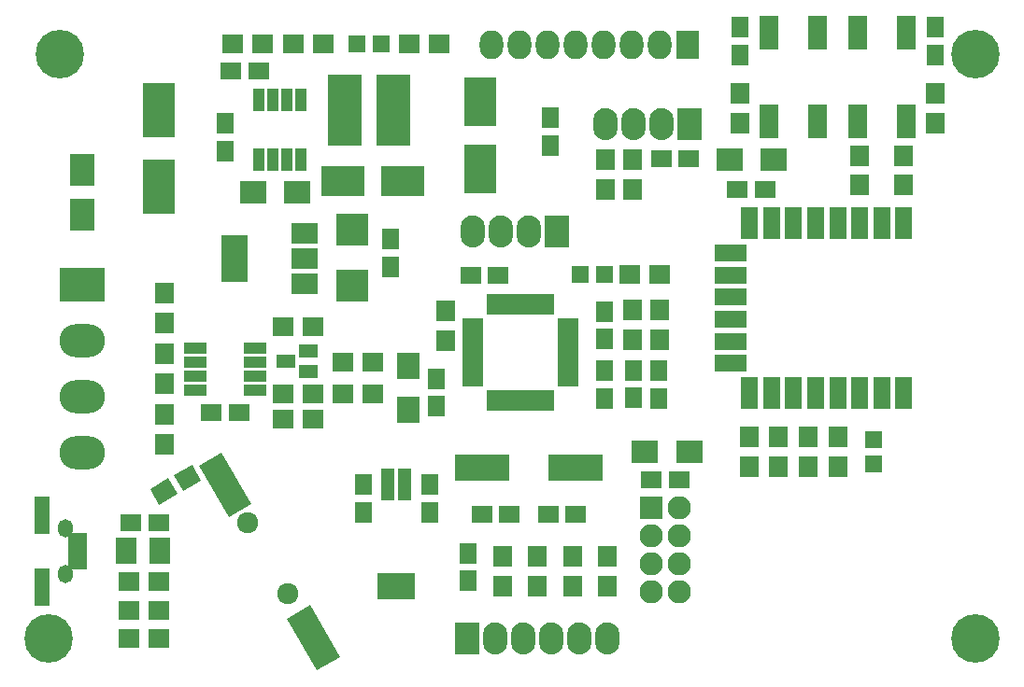
<source format=gts>
G04 #@! TF.FileFunction,Soldermask,Top*
%FSLAX46Y46*%
G04 Gerber Fmt 4.6, Leading zero omitted, Abs format (unit mm)*
G04 Created by KiCad (PCBNEW 4.0.6) date 01/12/18 15:18:15*
%MOMM*%
%LPD*%
G01*
G04 APERTURE LIST*
%ADD10C,0.100000*%
%ADD11C,4.400000*%
%ADD12C,1.924000*%
%ADD13R,1.650000X1.900000*%
%ADD14R,2.900000X4.900000*%
%ADD15R,1.900000X1.650000*%
%ADD16R,2.900000X2.950000*%
%ADD17R,2.900000X4.400000*%
%ADD18R,2.400000X2.000000*%
%ADD19R,2.000000X2.400000*%
%ADD20R,2.200000X2.900000*%
%ADD21R,1.600000X1.600000*%
%ADD22R,3.900000X2.700000*%
%ADD23R,1.900000X2.400000*%
%ADD24O,4.124000X3.024000*%
%ADD25R,4.124000X3.024000*%
%ADD26R,2.224000X2.924000*%
%ADD27O,2.224000X2.924000*%
%ADD28R,1.750000X0.800000*%
%ADD29O,1.350000X1.650000*%
%ADD30R,1.400000X3.400000*%
%ADD31R,2.124000X2.624000*%
%ADD32O,2.124000X2.624000*%
%ADD33R,3.024000X6.400000*%
%ADD34R,1.700000X1.900000*%
%ADD35R,2.124000X2.124000*%
%ADD36C,2.124000*%
%ADD37R,1.654000X1.200100*%
%ADD38R,2.400000X2.100000*%
%ADD39R,1.900000X1.700000*%
%ADD40R,1.724000X3.124000*%
%ADD41R,2.400000X4.200000*%
%ADD42R,2.400000X1.900000*%
%ADD43R,1.100000X2.100000*%
%ADD44R,2.100000X1.100000*%
%ADD45R,0.700000X1.850000*%
%ADD46R,1.850000X0.700000*%
%ADD47R,1.500000X2.900000*%
%ADD48R,2.900000X1.500000*%
%ADD49R,5.024000X2.400000*%
%ADD50R,1.150000X2.900000*%
%ADD51R,3.400000X2.400000*%
G04 APERTURE END LIST*
D10*
D11*
X93000000Y-127000000D03*
X177000000Y-127000000D03*
X94000000Y-74000000D03*
D10*
G36*
X106610770Y-111297629D02*
X108689230Y-110097629D01*
X111389230Y-114774167D01*
X109310770Y-115974167D01*
X106610770Y-111297629D01*
X106610770Y-111297629D01*
G37*
G36*
X114610770Y-125154035D02*
X116689230Y-123954035D01*
X119389230Y-128630573D01*
X117310770Y-129830573D01*
X114610770Y-125154035D01*
X114610770Y-125154035D01*
G37*
D12*
X111000000Y-116500000D03*
X114700000Y-122908588D03*
D13*
X109000000Y-82750000D03*
X109000000Y-80250000D03*
D14*
X103000000Y-86000000D03*
X103000000Y-79000000D03*
D15*
X150130000Y-112590000D03*
X147630000Y-112590000D03*
D13*
X124000000Y-90750000D03*
X124000000Y-93250000D03*
D16*
X120500000Y-89875000D03*
X120500000Y-94925000D03*
D13*
X138500000Y-79750000D03*
X138500000Y-82250000D03*
D17*
X132070000Y-78310000D03*
X132070000Y-84410000D03*
D15*
X112000000Y-75500000D03*
X109500000Y-75500000D03*
D18*
X151040000Y-110060000D03*
X147040000Y-110060000D03*
D13*
X145970000Y-105135477D03*
X145970000Y-102635477D03*
X143370000Y-105170000D03*
X143370000Y-102670000D03*
X148320000Y-102670000D03*
X148320000Y-105170000D03*
D10*
G36*
X105992756Y-111185529D02*
X106817756Y-112614471D01*
X105172308Y-113564471D01*
X104347308Y-112135529D01*
X105992756Y-111185529D01*
X105992756Y-111185529D01*
G37*
G36*
X103827692Y-112435529D02*
X104652692Y-113864471D01*
X103007244Y-114814471D01*
X102182244Y-113385529D01*
X103827692Y-112435529D01*
X103827692Y-112435529D01*
G37*
D15*
X107750000Y-106500000D03*
X110250000Y-106500000D03*
X102965477Y-116500000D03*
X100465477Y-116500000D03*
X131230000Y-94000000D03*
X133730000Y-94000000D03*
X132270000Y-115740000D03*
X134770000Y-115740000D03*
X140770000Y-115740000D03*
X138270000Y-115740000D03*
X151010000Y-83440000D03*
X148510000Y-83440000D03*
D13*
X131000000Y-121750000D03*
X131000000Y-119250000D03*
X143390000Y-97310000D03*
X143390000Y-99810000D03*
X128160000Y-105890000D03*
X128160000Y-103390000D03*
D19*
X125560000Y-106260000D03*
X125560000Y-102260000D03*
D18*
X154730000Y-83530000D03*
X158730000Y-83530000D03*
D15*
X155430000Y-86270000D03*
X157930000Y-86270000D03*
D13*
X121500000Y-115500000D03*
X121500000Y-113000000D03*
X127500000Y-115500000D03*
X127500000Y-113000000D03*
X173300000Y-74040000D03*
X173300000Y-71540000D03*
D20*
X96000000Y-84500000D03*
X96000000Y-88500000D03*
D21*
X123100000Y-73000000D03*
X120900000Y-73000000D03*
D22*
X119700000Y-85500000D03*
X125100000Y-85500000D03*
D23*
X103050000Y-118968751D03*
X100050000Y-118968751D03*
D21*
X167720000Y-111120000D03*
X167720000Y-108920000D03*
X143345782Y-93971704D03*
X141145782Y-93971704D03*
D24*
X96000000Y-110080000D03*
X96000000Y-105000000D03*
X96000000Y-99920000D03*
D25*
X96000000Y-94840000D03*
D26*
X130920000Y-127000000D03*
D27*
X133460000Y-127000000D03*
X136000000Y-127000000D03*
X138540000Y-127000000D03*
X141080000Y-127000000D03*
X143620000Y-127000000D03*
D28*
X95579940Y-117766660D03*
X95579940Y-118416660D03*
X95579940Y-119066660D03*
X95579940Y-119716660D03*
X95579940Y-120366660D03*
D29*
X94500000Y-117000000D03*
X94500000Y-121100000D03*
D30*
X92400000Y-115780800D03*
X92400000Y-122300000D03*
D26*
X139030000Y-90030000D03*
D27*
X136490000Y-90030000D03*
X133950000Y-90030000D03*
X131410000Y-90030000D03*
D31*
X150880000Y-73080000D03*
D32*
X148340000Y-73080000D03*
X145800000Y-73080000D03*
X143260000Y-73080000D03*
X140720000Y-73080000D03*
X138180000Y-73080000D03*
X135640000Y-73080000D03*
X133100000Y-73080000D03*
D26*
X151090000Y-80270000D03*
D27*
X148550000Y-80270000D03*
X146010000Y-80270000D03*
X143470000Y-80270000D03*
D33*
X124200000Y-79000000D03*
X119800000Y-79000000D03*
D34*
X145950000Y-97170000D03*
X145950000Y-99870000D03*
D35*
X147620000Y-115140000D03*
D36*
X150160000Y-115140000D03*
X147620000Y-117680000D03*
X150160000Y-117680000D03*
X147620000Y-120220000D03*
X150160000Y-120220000D03*
X147620000Y-122760000D03*
X150160000Y-122760000D03*
D37*
X116500760Y-102750000D03*
X116500760Y-100850000D03*
X114500000Y-101800000D03*
D38*
X111500000Y-86500000D03*
X115500000Y-86500000D03*
D39*
X125650000Y-73000000D03*
X128350000Y-73000000D03*
X115150000Y-73000000D03*
X117850000Y-73000000D03*
X109650000Y-73000000D03*
X112350000Y-73000000D03*
D34*
X148370000Y-97200000D03*
X148370000Y-99900000D03*
X129000000Y-99950000D03*
X129000000Y-97250000D03*
X103500000Y-95650000D03*
X103500000Y-98350000D03*
D39*
X116950000Y-107100000D03*
X114250000Y-107100000D03*
X114250000Y-98700000D03*
X116950000Y-98700000D03*
X103000000Y-127000000D03*
X100300000Y-127000000D03*
X116950000Y-104800000D03*
X114250000Y-104800000D03*
D34*
X103500000Y-101150000D03*
X103500000Y-103850000D03*
D39*
X119650000Y-104750000D03*
X122350000Y-104750000D03*
X103000000Y-124381250D03*
X100300000Y-124381250D03*
X122350000Y-101900000D03*
X119650000Y-101900000D03*
D34*
X103500000Y-106650000D03*
X103500000Y-109350000D03*
D39*
X103000000Y-121762500D03*
X100300000Y-121762500D03*
D34*
X164499998Y-108650000D03*
X164499998Y-111350000D03*
X143440000Y-83510000D03*
X143440000Y-86210000D03*
X145950000Y-83510000D03*
X145950000Y-86210000D03*
X170500000Y-85850000D03*
X170500000Y-83150000D03*
X166500000Y-85850000D03*
X166500000Y-83150000D03*
X161793332Y-111350000D03*
X161793332Y-108650000D03*
X159136666Y-111350000D03*
X159136666Y-108650000D03*
X156480000Y-111400000D03*
X156480000Y-108700000D03*
X134168750Y-119490000D03*
X134168750Y-122190000D03*
X137312500Y-119490000D03*
X137312500Y-122190000D03*
X140456250Y-119490000D03*
X140456250Y-122190000D03*
X143600000Y-119490000D03*
X143600000Y-122190000D03*
D39*
X145635782Y-93971704D03*
X148335782Y-93971704D03*
D34*
X173300000Y-77550000D03*
X173300000Y-80250000D03*
D40*
X166280000Y-72050000D03*
X166280000Y-80050000D03*
X170680000Y-80050000D03*
X170680000Y-72050000D03*
D41*
X109850000Y-92500000D03*
D42*
X116150000Y-92500000D03*
X116150000Y-90200000D03*
X116150000Y-94800000D03*
D43*
X115810000Y-78100000D03*
X114540000Y-78100000D03*
X113270000Y-78100000D03*
X112000000Y-78100000D03*
X112000000Y-83500000D03*
X113270000Y-83500000D03*
X114540000Y-83500000D03*
X115810000Y-83500000D03*
D44*
X111700000Y-104405000D03*
X111700000Y-103135000D03*
X111700000Y-101865000D03*
X111700000Y-100595000D03*
X106300000Y-100595000D03*
X106300000Y-101865000D03*
X106300000Y-103135000D03*
X106300000Y-104405000D03*
D45*
X133000000Y-105350000D03*
X133500000Y-105350000D03*
X134000000Y-105350000D03*
X134500000Y-105350000D03*
X135000000Y-105350000D03*
X135500000Y-105350000D03*
X136000000Y-105350000D03*
X136500000Y-105350000D03*
X137000000Y-105350000D03*
X137500000Y-105350000D03*
X138000000Y-105350000D03*
X138500000Y-105350000D03*
D46*
X140100000Y-103750000D03*
X140100000Y-103250000D03*
X140100000Y-102750000D03*
X140100000Y-102250000D03*
X140100000Y-101750000D03*
X140100000Y-101250000D03*
X140100000Y-100750000D03*
X140100000Y-100250000D03*
X140100000Y-99750000D03*
X140100000Y-99250000D03*
X140100000Y-98750000D03*
X140100000Y-98250000D03*
D45*
X138500000Y-96650000D03*
X138000000Y-96650000D03*
X137500000Y-96650000D03*
X137000000Y-96650000D03*
X136500000Y-96650000D03*
X136000000Y-96650000D03*
X135500000Y-96650000D03*
X135000000Y-96650000D03*
X134500000Y-96650000D03*
X134000000Y-96650000D03*
X133500000Y-96650000D03*
X133000000Y-96650000D03*
D46*
X131400000Y-98250000D03*
X131400000Y-98750000D03*
X131400000Y-99250000D03*
X131400000Y-99750000D03*
X131400000Y-100250000D03*
X131400000Y-100750000D03*
X131400000Y-101250000D03*
X131400000Y-101750000D03*
X131400000Y-102250000D03*
X131400000Y-102750000D03*
X131400000Y-103250000D03*
X131400000Y-103750000D03*
D47*
X170500000Y-89315000D03*
X168500000Y-89315000D03*
X166500000Y-89315000D03*
X164500000Y-89315000D03*
X162500000Y-89315000D03*
X160500000Y-89315000D03*
X158500000Y-89315000D03*
X156500000Y-89315000D03*
X156500000Y-104715000D03*
X158500000Y-104715000D03*
X160500000Y-104715000D03*
X162500000Y-104715000D03*
X164500000Y-104715000D03*
X166500000Y-104715000D03*
X168500000Y-104715000D03*
X170500000Y-104715000D03*
D48*
X154800000Y-92005000D03*
X154800000Y-94005000D03*
X154800000Y-96005000D03*
X154800000Y-98005000D03*
X154800000Y-100005000D03*
X154800000Y-102005000D03*
D49*
X132250000Y-111500000D03*
X140750000Y-111500000D03*
D50*
X125250000Y-113000000D03*
X123750000Y-113000000D03*
D51*
X124500000Y-122200000D03*
D13*
X155660000Y-74040000D03*
X155660000Y-71540000D03*
D34*
X155660000Y-77550000D03*
X155660000Y-80250000D03*
D40*
X162710000Y-80050000D03*
X162710000Y-72050000D03*
X158310000Y-72050000D03*
X158310000Y-80050000D03*
D11*
X177000000Y-74000000D03*
M02*

</source>
